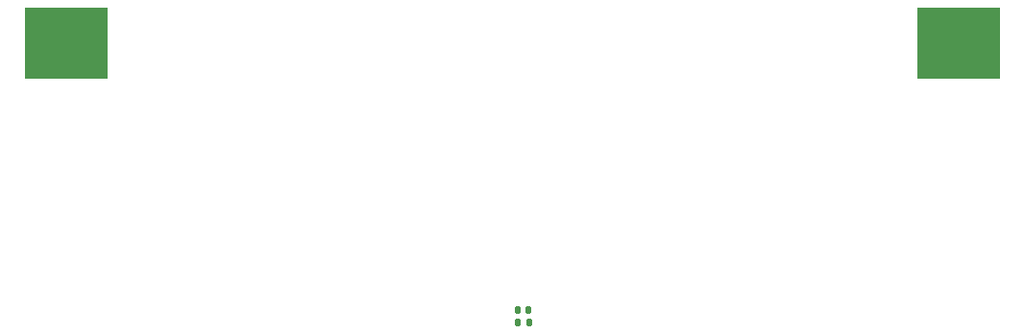
<source format=gbr>
G04 #@! TF.GenerationSoftware,KiCad,Pcbnew,7.0.2*
G04 #@! TF.CreationDate,2023-07-09T15:50:47+03:00*
G04 #@! TF.ProjectId,RpiPico_Agriboard,52706950-6963-46f5-9f41-677269626f61,rev?*
G04 #@! TF.SameCoordinates,Original*
G04 #@! TF.FileFunction,Paste,Bot*
G04 #@! TF.FilePolarity,Positive*
%FSLAX46Y46*%
G04 Gerber Fmt 4.6, Leading zero omitted, Abs format (unit mm)*
G04 Created by KiCad (PCBNEW 7.0.2) date 2023-07-09 15:50:47*
%MOMM*%
%LPD*%
G01*
G04 APERTURE LIST*
G04 Aperture macros list*
%AMRoundRect*
0 Rectangle with rounded corners*
0 $1 Rounding radius*
0 $2 $3 $4 $5 $6 $7 $8 $9 X,Y pos of 4 corners*
0 Add a 4 corners polygon primitive as box body*
4,1,4,$2,$3,$4,$5,$6,$7,$8,$9,$2,$3,0*
0 Add four circle primitives for the rounded corners*
1,1,$1+$1,$2,$3*
1,1,$1+$1,$4,$5*
1,1,$1+$1,$6,$7*
1,1,$1+$1,$8,$9*
0 Add four rect primitives between the rounded corners*
20,1,$1+$1,$2,$3,$4,$5,0*
20,1,$1+$1,$4,$5,$6,$7,0*
20,1,$1+$1,$6,$7,$8,$9,0*
20,1,$1+$1,$8,$9,$2,$3,0*%
G04 Aperture macros list end*
%ADD10R,7.340000X6.350000*%
%ADD11RoundRect,0.140000X-0.140000X-0.170000X0.140000X-0.170000X0.140000X0.170000X-0.140000X0.170000X0*%
G04 APERTURE END LIST*
D10*
X135370000Y-62000000D03*
X214030000Y-62000000D03*
D11*
X175195000Y-85500000D03*
X176155000Y-85500000D03*
X175215000Y-86600000D03*
X176175000Y-86600000D03*
M02*

</source>
